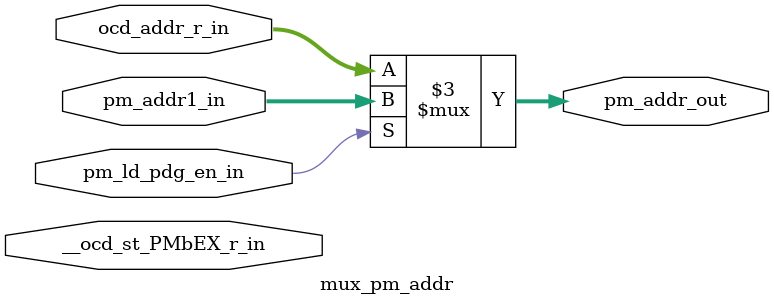
<source format=v>




`timescale 1ns/1ps

// module mux_pm_addr : mux_pm_addr
module mux_pm_addr
  ( input             __ocd_st_PMbEX_r_in, // bool
    input             pm_ld_pdg_en_in, // std_logic
    input      [31:0] ocd_addr_r_in, // addr
    input      [31:0] pm_addr1_in, // addr
    output reg [31:0] pm_addr_out // addr
  );


  // synopsys dc_tcl_script_begin
  // set_ungroup [current_design]
  // synopsys dc_tcl_script_end
  always @ (*)

  begin : p_mux_pm_addr

    // pm_addr_out = 32'h0;

    // (pm_addr_copy0_ocd_addr_r___ocd_ld_PMbEX_r_EX_alw, pm_addr_copy0_ocd_addr_r___ocd_st_PMbEX_r_EX_alw)
    // [ocd.n:89]
    pm_addr_out = ocd_addr_r_in;
    if (__ocd_st_PMbEX_r_in)
    begin
      // [ocd.n:95]
      pm_addr_out = ocd_addr_r_in;
    end

    // (pm_addr_copy_pm_addr1_pm_ld_pdg_en)
    if (pm_ld_pdg_en_in)
    begin
      pm_addr_out = pm_addr1_in;
    end

  end

endmodule

</source>
